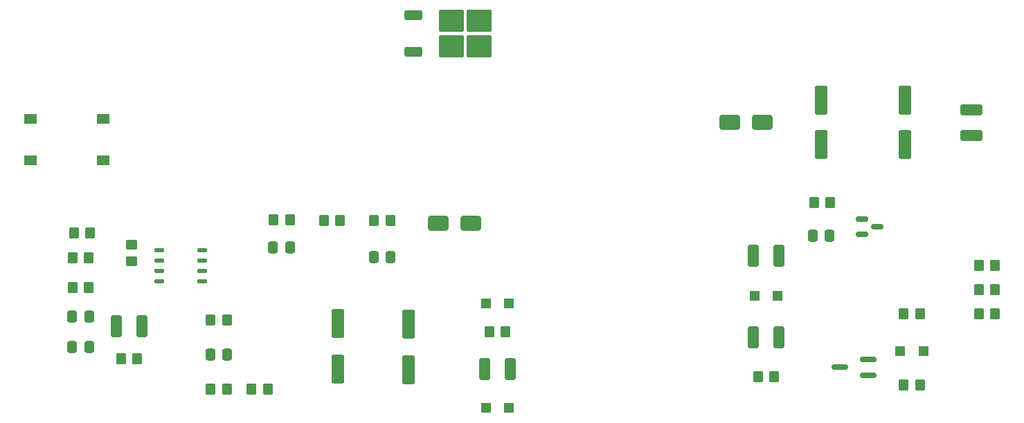
<source format=gbr>
%TF.GenerationSoftware,KiCad,Pcbnew,9.0.1*%
%TF.CreationDate,2025-04-25T14:26:40+02:00*%
%TF.ProjectId,flyback,666c7962-6163-46b2-9e6b-696361645f70,rev?*%
%TF.SameCoordinates,Original*%
%TF.FileFunction,Paste,Top*%
%TF.FilePolarity,Positive*%
%FSLAX46Y46*%
G04 Gerber Fmt 4.6, Leading zero omitted, Abs format (unit mm)*
G04 Created by KiCad (PCBNEW 9.0.1) date 2025-04-25 14:26:40*
%MOMM*%
%LPD*%
G01*
G04 APERTURE LIST*
G04 Aperture macros list*
%AMRoundRect*
0 Rectangle with rounded corners*
0 $1 Rounding radius*
0 $2 $3 $4 $5 $6 $7 $8 $9 X,Y pos of 4 corners*
0 Add a 4 corners polygon primitive as box body*
4,1,4,$2,$3,$4,$5,$6,$7,$8,$9,$2,$3,0*
0 Add four circle primitives for the rounded corners*
1,1,$1+$1,$2,$3*
1,1,$1+$1,$4,$5*
1,1,$1+$1,$6,$7*
1,1,$1+$1,$8,$9*
0 Add four rect primitives between the rounded corners*
20,1,$1+$1,$2,$3,$4,$5,0*
20,1,$1+$1,$4,$5,$6,$7,0*
20,1,$1+$1,$6,$7,$8,$9,0*
20,1,$1+$1,$8,$9,$2,$3,0*%
G04 Aperture macros list end*
%ADD10RoundRect,0.250000X-0.350000X-0.450000X0.350000X-0.450000X0.350000X0.450000X-0.350000X0.450000X0*%
%ADD11RoundRect,0.250000X0.412500X1.100000X-0.412500X1.100000X-0.412500X-1.100000X0.412500X-1.100000X0*%
%ADD12R,1.200000X1.200000*%
%ADD13RoundRect,0.162500X0.837500X0.162500X-0.837500X0.162500X-0.837500X-0.162500X0.837500X-0.162500X0*%
%ADD14RoundRect,0.150000X-0.587500X-0.150000X0.587500X-0.150000X0.587500X0.150000X-0.587500X0.150000X0*%
%ADD15RoundRect,0.250000X-0.550000X1.500000X-0.550000X-1.500000X0.550000X-1.500000X0.550000X1.500000X0*%
%ADD16O,1.250000X0.549999*%
%ADD17RoundRect,0.250000X-0.337500X-0.475000X0.337500X-0.475000X0.337500X0.475000X-0.337500X0.475000X0*%
%ADD18RoundRect,0.250000X0.350000X0.450000X-0.350000X0.450000X-0.350000X-0.450000X0.350000X-0.450000X0*%
%ADD19RoundRect,0.250000X-1.100000X0.412500X-1.100000X-0.412500X1.100000X-0.412500X1.100000X0.412500X0*%
%ADD20RoundRect,0.250000X1.000000X0.650000X-1.000000X0.650000X-1.000000X-0.650000X1.000000X-0.650000X0*%
%ADD21RoundRect,0.250000X-1.000000X-0.650000X1.000000X-0.650000X1.000000X0.650000X-1.000000X0.650000X0*%
%ADD22RoundRect,0.250000X-0.850000X-0.350000X0.850000X-0.350000X0.850000X0.350000X-0.850000X0.350000X0*%
%ADD23RoundRect,0.250000X-1.275000X-1.125000X1.275000X-1.125000X1.275000X1.125000X-1.275000X1.125000X0*%
%ADD24R,1.500000X1.300000*%
%ADD25RoundRect,0.250000X0.337500X0.475000X-0.337500X0.475000X-0.337500X-0.475000X0.337500X-0.475000X0*%
%ADD26RoundRect,0.250000X0.450000X-0.350000X0.450000X0.350000X-0.450000X0.350000X-0.450000X-0.350000X0*%
%ADD27RoundRect,0.250000X-0.412500X-1.100000X0.412500X-1.100000X0.412500X1.100000X-0.412500X1.100000X0*%
G04 APERTURE END LIST*
D10*
%TO.C,R9*%
X100902500Y-82377500D03*
X98902500Y-82377500D03*
%TD*%
%TO.C,R12*%
X189575000Y-72000000D03*
X191575000Y-72000000D03*
%TD*%
%TO.C,R11*%
X182737500Y-93375000D03*
X184737500Y-93375000D03*
%TD*%
D11*
%TO.C,C12*%
X185300000Y-88491700D03*
X182175000Y-88491700D03*
%TD*%
%TO.C,C11*%
X185300000Y-78525000D03*
X182175000Y-78525000D03*
%TD*%
D12*
%TO.C,D6*%
X200147500Y-90175000D03*
X202947500Y-90175000D03*
%TD*%
D10*
%TO.C,R17*%
X200525000Y-94350000D03*
X202525000Y-94350000D03*
%TD*%
%TO.C,R16*%
X200525000Y-85650000D03*
X202525000Y-85650000D03*
%TD*%
D13*
%TO.C,Q2*%
X196195000Y-93137500D03*
X196195000Y-91237500D03*
X192775000Y-92187500D03*
%TD*%
D12*
%TO.C,D3*%
X185160000Y-83458300D03*
X182360000Y-83458300D03*
%TD*%
D14*
%TO.C,U3*%
X195462500Y-74037500D03*
X195462500Y-75937500D03*
X197337500Y-74987500D03*
%TD*%
D15*
%TO.C,C18*%
X140025000Y-92475000D03*
X140025000Y-86875000D03*
%TD*%
%TO.C,C9*%
X131325000Y-86805000D03*
X131325000Y-92405000D03*
%TD*%
D16*
%TO.C,U1*%
X114726701Y-81660000D03*
X114726701Y-80390000D03*
X114726701Y-79120000D03*
X114726701Y-77850000D03*
X109476701Y-77850000D03*
X109476701Y-79120000D03*
X109476701Y-80390000D03*
X109476701Y-81660000D03*
%TD*%
D17*
%TO.C,C10*%
X191500000Y-76050000D03*
X189425000Y-76050000D03*
%TD*%
D18*
%TO.C,R15*%
X209737500Y-85625000D03*
X211737500Y-85625000D03*
%TD*%
%TO.C,R13*%
X209737500Y-79725000D03*
X211737500Y-79725000D03*
%TD*%
D10*
%TO.C,R14*%
X211737500Y-82675000D03*
X209737500Y-82675000D03*
%TD*%
D15*
%TO.C,C14*%
X190425000Y-64900000D03*
X190425000Y-59500000D03*
%TD*%
%TO.C,C15*%
X200675000Y-64900000D03*
X200675000Y-59500000D03*
%TD*%
D19*
%TO.C,C16*%
X208850000Y-63762500D03*
X208850000Y-60637500D03*
%TD*%
D20*
%TO.C,D4*%
X179250000Y-62200000D03*
X183250000Y-62200000D03*
%TD*%
D11*
%TO.C,C17*%
X107389200Y-87160000D03*
X104264200Y-87160000D03*
%TD*%
D10*
%TO.C,R19*%
X149877500Y-87791700D03*
X151877500Y-87791700D03*
%TD*%
D12*
%TO.C,D7*%
X152250000Y-84325000D03*
X149450000Y-84325000D03*
%TD*%
D21*
%TO.C,D5*%
X143600000Y-74525000D03*
X147600000Y-74525000D03*
%TD*%
D10*
%TO.C,R18*%
X135775000Y-74175000D03*
X137775000Y-74175000D03*
%TD*%
D17*
%TO.C,C13*%
X135737500Y-78675000D03*
X137812500Y-78675000D03*
%TD*%
D18*
%TO.C,R10*%
X125475000Y-74125000D03*
X123475000Y-74125000D03*
%TD*%
D10*
%TO.C,R8*%
X98902500Y-78772500D03*
X100902500Y-78772500D03*
%TD*%
%TO.C,R7*%
X99077500Y-75747500D03*
X101077500Y-75747500D03*
%TD*%
D22*
%TO.C,Q1*%
X140625000Y-53580000D03*
X140625000Y-49020000D03*
D23*
X148600000Y-52825000D03*
X148600000Y-49775000D03*
X145250000Y-52825000D03*
X145250000Y-49775000D03*
%TD*%
D12*
%TO.C,D2*%
X149455000Y-97175000D03*
X152255000Y-97175000D03*
%TD*%
D24*
%TO.C,D1*%
X102675000Y-66850000D03*
X102675000Y-61750000D03*
X93775000Y-61750000D03*
X93775000Y-66850000D03*
%TD*%
D25*
%TO.C,C5*%
X125475000Y-77530000D03*
X123400000Y-77530000D03*
%TD*%
D18*
%TO.C,R6*%
X131625000Y-74225000D03*
X129625000Y-74225000D03*
%TD*%
D10*
%TO.C,R5*%
X120773300Y-94890400D03*
X122773300Y-94890400D03*
%TD*%
%TO.C,R4*%
X115800000Y-94825400D03*
X117800000Y-94825400D03*
%TD*%
D26*
%TO.C,R3*%
X106100000Y-79200000D03*
X106100000Y-77200000D03*
%TD*%
D10*
%TO.C,R2*%
X115800000Y-86375000D03*
X117800000Y-86375000D03*
%TD*%
D18*
%TO.C,R1*%
X106826700Y-91160000D03*
X104826700Y-91160000D03*
%TD*%
D27*
%TO.C,C4*%
X149315000Y-92408300D03*
X152440000Y-92408300D03*
%TD*%
D17*
%TO.C,C3*%
X115762500Y-90600200D03*
X117837500Y-90600200D03*
%TD*%
D25*
%TO.C,C2*%
X100940000Y-86012500D03*
X98865000Y-86012500D03*
%TD*%
%TO.C,C1*%
X100940000Y-89677500D03*
X98865000Y-89677500D03*
%TD*%
M02*

</source>
